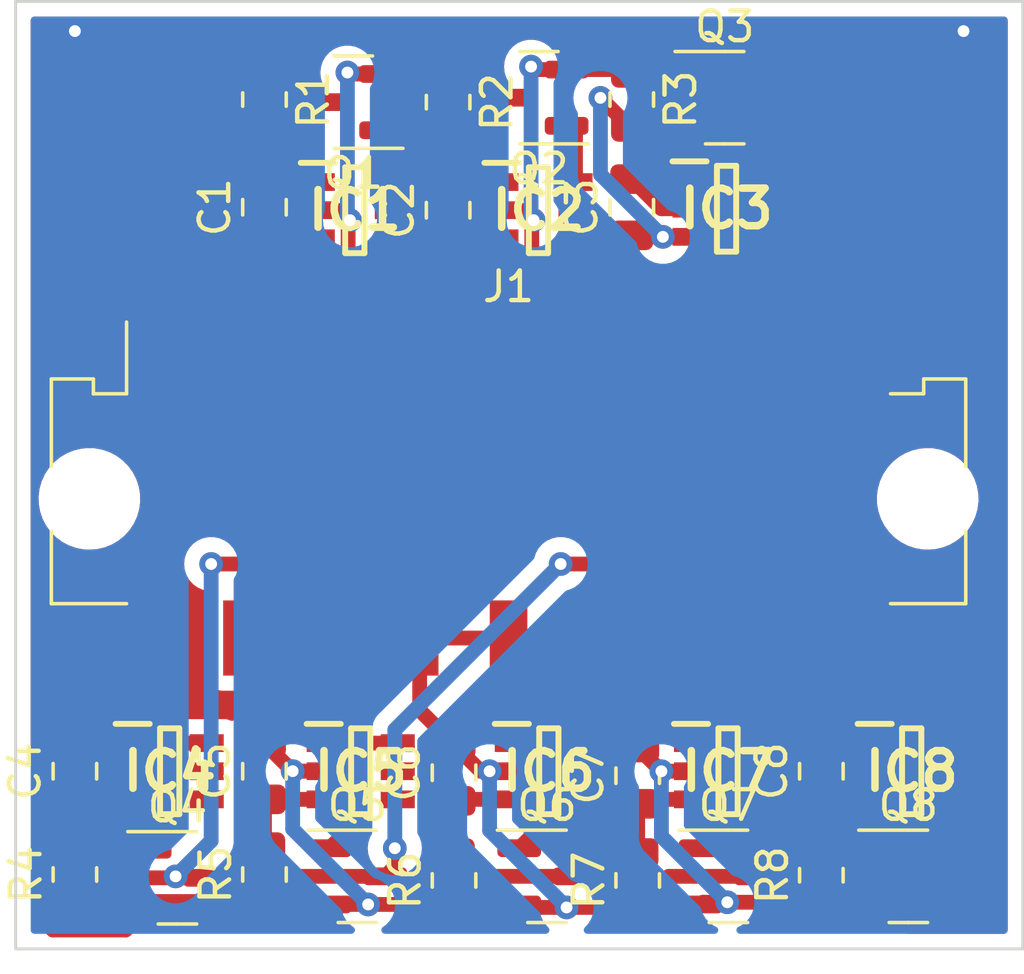
<source format=kicad_pcb>
(kicad_pcb (version 20211014) (generator pcbnew)
  (layers (0 "F.Cu" signal) (31 "B.Cu" signal) (34 "B.Paste" user) (35 "F.Paste" user) (36 "B.SilkS" user "B.Silkscreen") (37 "F.SilkS" user "F.Silkscreen") (38 "B.Mask" user) (39 "F.Mask" user) (44 "Edge.Cuts" user))
  (net 0 "")
  (net 1 "Net-(C1-Pad1)")
  (net 2 "B1")
  (net 3 "Net-(C2-Pad1)")
  (net 4 "B2")
  (net 5 "Net-(C3-Pad1)")
  (net 6 "B3")
  (net 7 "Net-(C4-Pad1)")
  (net 8 "B4")
  (net 9 "Net-(C5-Pad1)")
  (net 10 "B5")
  (net 11 "Net-(C6-Pad1)")
  (net 12 "B6")
  (net 13 "Net-(C7-Pad1)")
  (net 14 "B7")
  (net 15 "Net-(C8-Pad1)")
  (net 16 "GND")
  (net 20 "Net-(Q1-Pad1)")
  (net 24 "Net-(Q2-Pad1)")
  (net 28 "Net-(Q3-Pad1)")
  (net 32 "Net-(Q4-Pad1)")
  (net 36 "Net-(Q5-Pad1)")
  (net 40 "Net-(Q6-Pad1)")
  (net 44 "Net-(Q7-Pad1)")
  (net 48 "Net-(Q8-Pad1)")
  (net 49 "B0")
  (footprint "Capacitor_SMD:C_0805_2012Metric" (layer "F.Cu") (at 98.4 71.95 90)
    (fp_text reference "C1" (at 0 -1.68 90) (layer "F.SilkS"))
    (fp_text value "100nF")
    (fp_line (start -0.261252 0.735) (end 0.261252 0.735) (layer "F.SilkS") (width 0.12))
    (fp_line (start -0.261252 -0.735) (end 0.261252 -0.735) (layer "F.SilkS") (width 0.12))
    (pad "1" smd roundrect locked (at -0.95 0 90) (size 1 1.45) (layers "F.Cu" "F.Paste" "F.Mask") (net 1 "Net-(C1-Pad1)"))
    (pad "2" smd roundrect locked (at 0.95 0 90) (size 1 1.45) (layers "F.Cu" "F.Paste" "F.Mask") (net 2 "B1"))
  )
  (footprint "Capacitor_SMD:C_0805_2012Metric" (layer "F.Cu") (at 117.2 91 90)
    (fp_text reference "C8" (at 0 -1.68 90) (layer "F.SilkS"))
    (fp_text value "100nF")
    (fp_line (start -0.261252 -0.735) (end 0.261252 -0.735) (layer "F.SilkS") (width 0.12))
    (fp_line (start -0.261252 0.735) (end 0.261252 0.735) (layer "F.SilkS") (width 0.12))
    (pad "1" smd roundrect locked (at -0.95 0 90) (size 1 1.45) (layers "F.Cu" "F.Paste" "F.Mask") (net 15 "Net-(C8-Pad1)"))
    (pad "2" smd roundrect locked (at 0.95 0 90) (size 1 1.45) (layers "F.Cu" "F.Paste" "F.Mask") (net 16 "GND"))
  )
  (footprint "Capacitor_SMD:C_0805_2012Metric" (layer "F.Cu") (at 110.8 71.95 90)
    (fp_text reference "C3" (at 0 -1.68 90) (layer "F.SilkS"))
    (fp_text value "100nF")
    (fp_line (start -0.261252 0.735) (end 0.261252 0.735) (layer "F.SilkS") (width 0.12))
    (fp_line (start -0.261252 -0.735) (end 0.261252 -0.735) (layer "F.SilkS") (width 0.12))
    (pad "1" smd roundrect locked (at -0.95 0 90) (size 1 1.45) (layers "F.Cu" "F.Paste" "F.Mask") (net 5 "Net-(C3-Pad1)"))
    (pad "2" smd roundrect locked (at 0.95 0 90) (size 1 1.45) (layers "F.Cu" "F.Paste" "F.Mask") (net 6 "B3"))
  )
  (footprint "Capacitor_SMD:C_0805_2012Metric" (layer "F.Cu") (at 92 91 90)
    (fp_text reference "C4" (at 0 -1.68 90) (layer "F.SilkS"))
    (fp_text value "100nF")
    (fp_line (start -0.261252 0.735) (end 0.261252 0.735) (layer "F.SilkS") (width 0.12))
    (fp_line (start -0.261252 -0.735) (end 0.261252 -0.735) (layer "F.SilkS") (width 0.12))
    (pad "1" smd roundrect locked (at -0.95 0 90) (size 1 1.45) (layers "F.Cu" "F.Paste" "F.Mask") (net 7 "Net-(C4-Pad1)"))
    (pad "2" smd roundrect locked (at 0.95 0 90) (size 1 1.45) (layers "F.Cu" "F.Paste" "F.Mask") (net 8 "B4"))
  )
  (footprint "Capacitor_SMD:C_0805_2012Metric" (layer "F.Cu") (at 104.8 91.05 90)
    (fp_text reference "C6" (at 0 -1.68 90) (layer "F.SilkS"))
    (fp_text value "100nF")
    (fp_line (start -0.261252 -0.735) (end 0.261252 -0.735) (layer "F.SilkS") (width 0.12))
    (fp_line (start -0.261252 0.735) (end 0.261252 0.735) (layer "F.SilkS") (width 0.12))
    (pad "1" smd roundrect locked (at -0.95 0 90) (size 1 1.45) (layers "F.Cu" "F.Paste" "F.Mask") (net 11 "Net-(C6-Pad1)"))
    (pad "2" smd roundrect locked (at 0.95 0 90) (size 1 1.45) (layers "F.Cu" "F.Paste" "F.Mask") (net 12 "B6"))
  )
  (footprint "Package_TO_SOT_SMD:SOT-23" (layer "F.Cu") (at 113.9375 68.25)
    (fp_text reference "Q3" (at 0 -2.4) (layer "F.SilkS"))
    (fp_text value "AO3400A")
    (fp_line (start 0 -1.56) (end -1.675 -1.56) (layer "F.SilkS") (width 0.12))
    (fp_line (start 0 1.56) (end -0.65 1.56) (layer "F.SilkS") (width 0.12))
    (fp_line (start 0 1.56) (end 0.65 1.56) (layer "F.SilkS") (width 0.12))
    (fp_line (start 0 -1.56) (end 0.65 -1.56) (layer "F.SilkS") (width 0.12))
    (pad "1" smd roundrect locked (at -0.9375 -0.95) (size 1.475 0.6) (layers "F.Cu" "F.Paste" "F.Mask") (net 28 "Net-(Q3-Pad1)"))
    (pad "2" smd roundrect locked (at -0.9375 0.95) (size 1.475 0.6) (layers "F.Cu" "F.Paste" "F.Mask") (net 6 "B3"))
    (pad "3" smd roundrect locked (at 0.9375 0) (size 1.475 0.6) (layers "F.Cu" "F.Paste" "F.Mask") (net 4 "B2"))
  )
  (footprint "Resistor_SMD:R_0805_2012Metric" (layer "F.Cu") (at 110.8 68.3125 -90)
    (fp_text reference "R3" (at 0 -1.65 90) (layer "F.SilkS"))
    (fp_text value "100R")
    (fp_line (start -0.227064 -0.735) (end 0.227064 -0.735) (layer "F.SilkS") (width 0.12))
    (fp_line (start -0.227064 0.735) (end 0.227064 0.735) (layer "F.SilkS") (width 0.12))
    (pad "1" smd roundrect locked (at -0.9125 0 270) (size 1.025 1.4) (layers "F.Cu" "F.Paste" "F.Mask") (roundrect_rratio 0.243902439) (net 4 "B2"))
    (pad "2" smd roundrect locked (at 0.9125 0 270) (size 1.025 1.4) (layers "F.Cu" "F.Paste" "F.Mask") (roundrect_rratio 0.243902439) (net 5 "Net-(C3-Pad1)"))
  )
  (footprint "Package_TO_SOT_SMD:SOT-23" (layer "F.Cu") (at 95.4625 94.6)
    (fp_text reference "Q4" (at 0 -2.4) (layer "F.SilkS"))
    (fp_text value "AO3400A")
    (fp_line (start 0 -1.56) (end -1.675 -1.56) (layer "F.SilkS") (width 0.12))
    (fp_line (start 0 1.56) (end -0.65 1.56) (layer "F.SilkS") (width 0.12))
    (fp_line (start 0 1.56) (end 0.65 1.56) (layer "F.SilkS") (width 0.12))
    (fp_line (start 0 -1.56) (end 0.65 -1.56) (layer "F.SilkS") (width 0.12))
    (pad "1" smd roundrect locked (at -0.9375 -0.95) (size 1.475 0.6) (layers "F.Cu" "F.Paste" "F.Mask") (net 32 "Net-(Q4-Pad1)"))
    (pad "2" smd roundrect locked (at -0.9375 0.95) (size 1.475 0.6) (layers "F.Cu" "F.Paste" "F.Mask") (net 8 "B4"))
    (pad "3" smd roundrect locked (at 0.9375 0) (size 1.475 0.6) (layers "F.Cu" "F.Paste" "F.Mask") (net 6 "B3"))
  )
  (footprint "Package_TO_SOT_SMD:SOT-23" (layer "F.Cu") (at 101.4 68.4 180)
    (fp_text reference "Q1" (at 0 -2.4) (layer "F.SilkS"))
    (fp_text value "AO3400A")
    (fp_line (start 0 -1.56) (end -1.675 -1.56) (layer "F.SilkS") (width 0.12))
    (fp_line (start 0 1.56) (end -0.65 1.56) (layer "F.SilkS") (width 0.12))
    (fp_line (start 0 1.56) (end 0.65 1.56) (layer "F.SilkS") (width 0.12))
    (fp_line (start 0 -1.56) (end 0.65 -1.56) (layer "F.SilkS") (width 0.12))
    (pad "1" smd roundrect locked (at -0.9375 -0.95 180) (size 1.475 0.6) (layers "F.Cu" "F.Paste" "F.Mask") (net 20 "Net-(Q1-Pad1)"))
    (pad "2" smd roundrect locked (at -0.9375 0.95 180) (size 1.475 0.6) (layers "F.Cu" "F.Paste" "F.Mask") (net 2 "B1"))
    (pad "3" smd roundrect locked (at 0.9375 0 180) (size 1.475 0.6) (layers "F.Cu" "F.Paste" "F.Mask") (net 49 "B0"))
  )
  (footprint "Resistor_SMD:R_0805_2012Metric" (layer "F.Cu") (at 104.8 94.6875 90)
    (fp_text reference "R6" (at 0 -1.65 90) (layer "F.SilkS"))
    (fp_text value "100R")
    (fp_line (start -0.227064 -0.735) (end 0.227064 -0.735) (layer "F.SilkS") (width 0.12))
    (fp_line (start -0.227064 0.735) (end 0.227064 0.735) (layer "F.SilkS") (width 0.12))
    (pad "1" smd roundrect locked (at -0.9125 0 90) (size 1.025 1.4) (layers "F.Cu" "F.Paste" "F.Mask") (roundrect_rratio 0.243902439) (net 10 "B5"))
    (pad "2" smd roundrect locked (at 0.9125 0 90) (size 1.025 1.4) (layers "F.Cu" "F.Paste" "F.Mask") (roundrect_rratio 0.243902439) (net 11 "Net-(C6-Pad1)"))
  )
  (footprint "Connector_Molex:Molex_Micro-Fit_3.0_43045-1815_2x09_P3.00mm_Vertical" (layer "F.Cu") (at 106.64 81.8)
    (fp_text reference "J1" (at 0 -7.17) (layer "F.SilkS"))
    (fp_text value "Conn_02x09_Odd_Even")
    (fp_line (start 14.015 -3.55) (end 12.895 -3.55) (layer "F.SilkS") (width 0.12))
    (fp_line (start -12.895 -3.55) (end -12.895 -5.97) (layer "F.SilkS") (width 0.12))
    (fp_line (start 15.435 3.54) (end 12.895 3.54) (layer "F.SilkS") (width 0.12))
    (fp_line (start 15.435 1.085) (end 15.435 3.54) (layer "F.SilkS") (width 0.12))
    (fp_line (start -15.435 3.54) (end -12.895 3.54) (layer "F.SilkS") (width 0.12))
    (fp_line (start 14.015 -4.05) (end 14.015 -3.55) (layer "F.SilkS") (width 0.12))
    (fp_line (start -15.435 1.085) (end -15.435 3.54) (layer "F.SilkS") (width 0.12))
    (fp_line (start -15.435 -4.05) (end -14.015 -4.05) (layer "F.SilkS") (width 0.12))
    (fp_line (start 15.435 -4.05) (end 14.015 -4.05) (layer "F.SilkS") (width 0.12))
    (fp_line (start 15.435 -1.085) (end 15.435 -4.05) (layer "F.SilkS") (width 0.12))
    (fp_line (start -14.015 -4.05) (end -14.015 -3.55) (layer "F.SilkS") (width 0.12))
    (fp_line (start -14.015 -3.55) (end -12.895 -3.55) (layer "F.SilkS") (width 0.12))
    (fp_line (start -15.435 -1.085) (end -15.435 -4.05) (layer "F.SilkS") (width 0.12))
    (pad "" np_thru_hole circle locked (at 14.15 0) (size 2.41 2.41) (drill 2.41) (layers *.Cu *.Mask))
    (pad "" np_thru_hole circle locked (at -14.15 0) (size 2.41 2.41) (drill 2.41) (layers *.Cu *.Mask))
    (pad "1" smd rect locked (at -12 -4.7) (size 1.27 2.54) (layers "F.Cu" "F.Paste" "F.Mask") (net 49 "B0"))
    (pad "2" smd rect locked (at -9 -4.7) (size 1.27 2.54) (layers "F.Cu" "F.Paste" "F.Mask") (net 49 "B0"))
    (pad "3" smd rect locked (at -6 -4.7) (size 1.27 2.54) (layers "F.Cu" "F.Paste" "F.Mask") (net 2 "B1"))
    (pad "4" smd rect locked (at -3 -4.7) (size 1.27 2.54) (layers "F.Cu" "F.Paste" "F.Mask") (net 2 "B1"))
    (pad "5" smd rect locked (at 0 -4.7) (size 1.27 2.54) (layers "F.Cu" "F.Paste" "F.Mask") (net 4 "B2"))
    (pad "6" smd rect locked (at 3 -4.7) (size 1.27 2.54) (layers "F.Cu" "F.Paste" "F.Mask") (net 4 "B2"))
    (pad "7" smd rect locked (at 6 -4.7) (size 1.27 2.54) (layers "F.Cu" "F.Paste" "F.Mask") (net 6 "B3"))
    (pad "8" smd rect locked (at 9 -4.7) (size 1.27 2.54) (layers "F.Cu" "F.Paste" "F.Mask") (net 6 "B3"))
    (pad "9" smd rect locked (at 12 -4.7) (size 1.27 2.54) (layers "F.Cu" "F.Paste" "F.Mask") (net 8 "B4"))
    (pad "10" smd rect locked (at -12 4.7) (size 1.27 2.54) (layers "F.Cu" "F.Paste" "F.Mask") (net 8 "B4"))
    (pad "11" smd rect locked (at -9 4.7) (size 1.27 2.54) (layers "F.Cu" "F.Paste" "F.Mask") (net 10 "B5"))
    (pad "12" smd rect locked (at -6 4.7) (size 1.27 2.54) (layers "F.Cu" "F.Paste" "F.Mask") (net 10 "B5"))
    (pad "13" smd rect locked (at -3 4.7) (size 1.27 2.54) (layers "F.Cu" "F.Paste" "F.Mask") (net 12 "B6"))
    (pad "14" smd rect locked (at 0 4.7) (size 1.27 2.54) (layers "F.Cu" "F.Paste" "F.Mask") (net 12 "B6"))
    (pad "15" smd rect locked (at 3 4.7) (size 1.27 2.54) (layers "F.Cu" "F.Paste" "F.Mask") (net 14 "B7"))
    (pad "16" smd rect locked (at 6 4.7) (size 1.27 2.54) (layers "F.Cu" "F.Paste" "F.Mask") (net 14 "B7"))
    (pad "17" smd rect locked (at 9 4.7) (size 1.27 2.54) (layers "F.Cu" "F.Paste" "F.Mask") (net 16 "GND"))
    (pad "18" smd rect locked (at 12 4.7) (size 1.27 2.54) (layers "F.Cu" "F.Paste" "F.Mask") (net 16 "GND"))
  )
  (footprint "Package_TO_SOT_SMD:SOT-23" (layer "F.Cu") (at 101.5375 94.55)
    (fp_text reference "Q5" (at 0 -2.4) (layer "F.SilkS"))
    (fp_text value "AO3400A")
    (fp_line (start 0 1.56) (end 0.65 1.56) (layer "F.SilkS") (width 0.12))
    (fp_line (start 0 -1.56) (end 0.65 -1.56) (layer "F.SilkS") (width 0.12))
    (fp_line (start 0 1.56) (end -0.65 1.56) (layer "F.SilkS") (width 0.12))
    (fp_line (start 0 -1.56) (end -1.675 -1.56) (layer "F.SilkS") (width 0.12))
    (pad "1" smd roundrect locked (at -0.9375 -0.95) (size 1.475 0.6) (layers "F.Cu" "F.Paste" "F.Mask") (net 36 "Net-(Q5-Pad1)"))
    (pad "2" smd roundrect locked (at -0.9375 0.95) (size 1.475 0.6) (layers "F.Cu" "F.Paste" "F.Mask") (net 10 "B5"))
    (pad "3" smd roundrect locked (at 0.9375 0) (size 1.475 0.6) (layers "F.Cu" "F.Paste" "F.Mask") (net 8 "B4"))
  )
  (footprint "Capacitor_SMD:C_0805_2012Metric" (layer "F.Cu") (at 111 91.15 90)
    (fp_text reference "C7" (at 0 -1.68 90) (layer "F.SilkS"))
    (fp_text value "100nF")
    (fp_line (start -0.261252 -0.735) (end 0.261252 -0.735) (layer "F.SilkS") (width 0.12))
    (fp_line (start -0.261252 0.735) (end 0.261252 0.735) (layer "F.SilkS") (width 0.12))
    (pad "1" smd roundrect locked (at -0.95 0 90) (size 1 1.45) (layers "F.Cu" "F.Paste" "F.Mask") (net 13 "Net-(C7-Pad1)"))
    (pad "2" smd roundrect locked (at 0.95 0 90) (size 1 1.45) (layers "F.Cu" "F.Paste" "F.Mask") (net 14 "B7"))
  )
  (footprint "Capacitor_SMD:C_0805_2012Metric" (layer "F.Cu") (at 104.6 72.05 90)
    (fp_text reference "C2" (at 0 -1.68 90) (layer "F.SilkS"))
    (fp_text value "100nF")
    (fp_line (start -0.261252 -0.735) (end 0.261252 -0.735) (layer "F.SilkS") (width 0.12))
    (fp_line (start -0.261252 0.735) (end 0.261252 0.735) (layer "F.SilkS") (width 0.12))
    (pad "1" smd roundrect locked (at -0.95 0 90) (size 1 1.45) (layers "F.Cu" "F.Paste" "F.Mask") (net 3 "Net-(C2-Pad1)"))
    (pad "2" smd roundrect locked (at 0.95 0 90) (size 1 1.45) (layers "F.Cu" "F.Paste" "F.Mask") (net 4 "B2"))
  )
  (footprint "SamacSys_Parts:SOT95P280X140-6N" (layer "F.Cu") (at 101.45 72.05)
    (fp_text reference "IC1" (at 0 0) (layer "F.SilkS") (effects (font (size 1.27 1.27) (thickness 0.254))))
    (fp_text value "HY2213-BB3A" hide)
    (fp_line (start -0.325 1.45) (end -0.325 -1.45) (layer "F.SilkS") (width 0.2))
    (fp_line (start -0.325 -1.45) (end 0.325 -1.45) (layer "F.SilkS") (width 0.2))
    (fp_line (start -1.825 -1.6) (end -0.675 -1.6) (layer "F.SilkS") (width 0.2))
    (fp_line (start 0.325 1.45) (end -0.325 1.45) (layer "F.SilkS") (width 0.2))
    (fp_line (start 0.325 -1.45) (end 0.325 1.45) (layer "F.SilkS") (width 0.2))
    (pad "1" smd rect locked (at -1.25 -0.95 90) (size 0.6 1.15) (layers "F.Cu" "F.Paste" "F.Mask"))
    (pad "2" smd rect locked (at -1.25 0 90) (size 0.6 1.15) (layers "F.Cu" "F.Paste" "F.Mask") (net 2 "B1"))
    (pad "3" smd rect locked (at -1.25 0.95 90) (size 0.6 1.15) (layers "F.Cu" "F.Paste" "F.Mask") (net 1 "Net-(C1-Pad1)"))
    (pad "4" smd rect locked (at 1.25 0.95 90) (size 0.6 1.15) (layers "F.Cu" "F.Paste" "F.Mask"))
    (pad "5" smd rect locked (at 1.25 0 90) (size 0.6 1.15) (layers "F.Cu" "F.Paste" "F.Mask"))
    (pad "6" smd rect locked (at 1.25 -0.95 90) (size 0.6 1.15) (layers "F.Cu" "F.Paste" "F.Mask") (net 20 "Net-(Q1-Pad1)"))
  )
  (footprint "Package_TO_SOT_SMD:SOT-23" (layer "F.Cu") (at 107.9375 94.55)
    (fp_text reference "Q6" (at 0 -2.4) (layer "F.SilkS"))
    (fp_text value "AO3400A")
    (fp_line (start 0 -1.56) (end 0.65 -1.56) (layer "F.SilkS") (width 0.12))
    (fp_line (start 0 1.56) (end -0.65 1.56) (layer "F.SilkS") (width 0.12))
    (fp_line (start 0 1.56) (end 0.65 1.56) (layer "F.SilkS") (width 0.12))
    (fp_line (start 0 -1.56) (end -1.675 -1.56) (layer "F.SilkS") (width 0.12))
    (pad "1" smd roundrect locked (at -0.9375 -0.95) (size 1.475 0.6) (layers "F.Cu" "F.Paste" "F.Mask") (net 40 "Net-(Q6-Pad1)"))
    (pad "2" smd roundrect locked (at -0.9375 0.95) (size 1.475 0.6) (layers "F.Cu" "F.Paste" "F.Mask") (net 12 "B6"))
    (pad "3" smd roundrect locked (at 0.9375 0) (size 1.475 0.6) (layers "F.Cu" "F.Paste" "F.Mask") (net 10 "B5"))
  )
  (footprint "SamacSys_Parts:SOT95P280X140-6N" (layer "F.Cu") (at 95.2 91)
    (fp_text reference "IC4" (at 0 0) (layer "F.SilkS") (effects (font (size 1.27 1.27) (thickness 0.254))))
    (fp_text value "HY2213-BB3A" hide)
    (fp_line (start -0.325 1.45) (end -0.325 -1.45) (layer "F.SilkS") (width 0.2))
    (fp_line (start 0.325 -1.45) (end 0.325 1.45) (layer "F.SilkS") (width 0.2))
    (fp_line (start -0.325 -1.45) (end 0.325 -1.45) (layer "F.SilkS") (width 0.2))
    (fp_line (start 0.325 1.45) (end -0.325 1.45) (layer "F.SilkS") (width 0.2))
    (fp_line (start -1.825 -1.6) (end -0.675 -1.6) (layer "F.SilkS") (width 0.2))
    (pad "1" smd rect locked (at -1.25 -0.95 90) (size 0.6 1.15) (layers "F.Cu" "F.Paste" "F.Mask"))
    (pad "2" smd rect locked (at -1.25 0 90) (size 0.6 1.15) (layers "F.Cu" "F.Paste" "F.Mask") (net 8 "B4"))
    (pad "3" smd rect locked (at -1.25 0.95 90) (size 0.6 1.15) (layers "F.Cu" "F.Paste" "F.Mask") (net 7 "Net-(C4-Pad1)"))
    (pad "4" smd rect locked (at 1.25 0.95 90) (size 0.6 1.15) (layers "F.Cu" "F.Paste" "F.Mask"))
    (pad "5" smd rect locked (at 1.25 0 90) (size 0.6 1.15) (layers "F.Cu" "F.Paste" "F.Mask"))
    (pad "6" smd rect locked (at 1.25 -0.95 90) (size 0.6 1.15) (layers "F.Cu" "F.Paste" "F.Mask") (net 32 "Net-(Q4-Pad1)"))
  )
  (footprint "Package_TO_SOT_SMD:SOT-23" (layer "F.Cu") (at 114.0625 94.55)
    (fp_text reference "Q7" (at 0 -2.4) (layer "F.SilkS"))
    (fp_text value "AO3400A")
    (fp_line (start 0 -1.56) (end -1.675 -1.56) (layer "F.SilkS") (width 0.12))
    (fp_line (start 0 1.56) (end 0.65 1.56) (layer "F.SilkS") (width 0.12))
    (fp_line (start 0 -1.56) (end 0.65 -1.56) (layer "F.SilkS") (width 0.12))
    (fp_line (start 0 1.56) (end -0.65 1.56) (layer "F.SilkS") (width 0.12))
    (pad "1" smd roundrect locked (at -0.9375 -0.95) (size 1.475 0.6) (layers "F.Cu" "F.Paste" "F.Mask") (net 44 "Net-(Q7-Pad1)"))
    (pad "2" smd roundrect locked (at -0.9375 0.95) (size 1.475 0.6) (layers "F.Cu" "F.Paste" "F.Mask") (net 14 "B7"))
    (pad "3" smd roundrect locked (at 0.9375 0) (size 1.475 0.6) (layers "F.Cu" "F.Paste" "F.Mask") (net 12 "B6"))
  )
  (footprint "SamacSys_Parts:SOT95P280X140-6N" (layer "F.Cu") (at 101.65 91)
    (fp_text reference "IC5" (at 0 0) (layer "F.SilkS") (effects (font (size 1.27 1.27) (thickness 0.254))))
    (fp_text value "HY2213-BB3A" hide)
    (fp_line (start -0.325 1.45) (end -0.325 -1.45) (layer "F.SilkS") (width 0.2))
    (fp_line (start -1.825 -1.6) (end -0.675 -1.6) (layer "F.SilkS") (width 0.2))
    (fp_line (start -0.325 -1.45) (end 0.325 -1.45) (layer "F.SilkS") (width 0.2))
    (fp_line (start 0.325 -1.45) (end 0.325 1.45) (layer "F.SilkS") (width 0.2))
    (fp_line (start 0.325 1.45) (end -0.325 1.45) (layer "F.SilkS") (width 0.2))
    (pad "1" smd rect locked (at -1.25 -0.95 90) (size 0.6 1.15) (layers "F.Cu" "F.Paste" "F.Mask"))
    (pad "2" smd rect locked (at -1.25 0 90) (size 0.6 1.15) (layers "F.Cu" "F.Paste" "F.Mask") (net 10 "B5"))
    (pad "3" smd rect locked (at -1.25 0.95 90) (size 0.6 1.15) (layers "F.Cu" "F.Paste" "F.Mask") (net 9 "Net-(C5-Pad1)"))
    (pad "4" smd rect locked (at 1.25 0.95 90) (size 0.6 1.15) (layers "F.Cu" "F.Paste" "F.Mask"))
    (pad "5" smd rect locked (at 1.25 0 90) (size 0.6 1.15) (layers "F.Cu" "F.Paste" "F.Mask"))
    (pad "6" smd rect locked (at 1.25 -0.95 90) (size 0.6 1.15) (layers "F.Cu" "F.Paste" "F.Mask") (net 36 "Net-(Q5-Pad1)"))
  )
  (footprint "Resistor_SMD:R_0805_2012Metric" (layer "F.Cu") (at 117.2 94.5125 90)
    (fp_text reference "R8" (at 0 -1.65 90) (layer "F.SilkS"))
    (fp_text value "100R")
    (fp_line (start -0.227064 0.735) (end 0.227064 0.735) (layer "F.SilkS") (width 0.12))
    (fp_line (start -0.227064 -0.735) (end 0.227064 -0.735) (layer "F.SilkS") (width 0.12))
    (pad "1" smd roundrect locked (at -0.9125 0 90) (size 1.025 1.4) (layers "F.Cu" "F.Paste" "F.Mask") (roundrect_rratio 0.243902439) (net 14 "B7"))
    (pad "2" smd roundrect locked (at 0.9125 0 90) (size 1.025 1.4) (layers "F.Cu" "F.Paste" "F.Mask") (roundrect_rratio 0.243902439) (net 15 "Net-(C8-Pad1)"))
  )
  (footprint "Resistor_SMD:R_0805_2012Metric" (layer "F.Cu") (at 98.4 94.4875 90)
    (fp_text reference "R5" (at 0 -1.65 90) (layer "F.SilkS"))
    (fp_text value "100R")
    (fp_line (start -0.227064 0.735) (end 0.227064 0.735) (layer "F.SilkS") (width 0.12))
    (fp_line (start -0.227064 -0.735) (end 0.227064 -0.735) (layer "F.SilkS") (width 0.12))
    (pad "1" smd roundrect locked (at -0.9125 0 90) (size 1.025 1.4) (layers "F.Cu" "F.Paste" "F.Mask") (roundrect_rratio 0.243902439) (net 8 "B4"))
    (pad "2" smd roundrect locked (at 0.9125 0 90) (size 1.025 1.4) (layers "F.Cu" "F.Paste" "F.Mask") (roundrect_rratio 0.243902439) (net 9 "Net-(C5-Pad1)"))
  )
  (footprint "SamacSys_Parts:SOT95P280X140-6N" (layer "F.Cu") (at 107.65 72.05)
    (fp_text reference "IC2" (at 0 0) (layer "F.SilkS") (effects (font (size 1.27 1.27) (thickness 0.254))))
    (fp_text value "HY2213-BB3A" hide)
    (fp_line (start -0.325 -1.45) (end 0.325 -1.45) (layer "F.SilkS") (width 0.2))
    (fp_line (start 0.325 -1.45) (end 0.325 1.45) (layer "F.SilkS") (width 0.2))
    (fp_line (start -1.825 -1.6) (end -0.675 -1.6) (layer "F.SilkS") (width 0.2))
    (fp_line (start -0.325 1.45) (end -0.325 -1.45) (layer "F.SilkS") (width 0.2))
    (fp_line (start 0.325 1.45) (end -0.325 1.45) (layer "F.SilkS") (width 0.2))
    (pad "1" smd rect locked (at -1.25 -0.95 90) (size 0.6 1.15) (layers "F.Cu" "F.Paste" "F.Mask"))
    (pad "2" smd rect locked (at -1.25 0 90) (size 0.6 1.15) (layers "F.Cu" "F.Paste" "F.Mask") (net 4 "B2"))
    (pad "3" smd rect locked (at -1.25 0.95 90) (size 0.6 1.15) (layers "F.Cu" "F.Paste" "F.Mask") (net 3 "Net-(C2-Pad1)"))
    (pad "4" smd rect locked (at 1.25 0.95 90) (size 0.6 1.15) (layers "F.Cu" "F.Paste" "F.Mask"))
    (pad "5" smd rect locked (at 1.25 0 90) (size 0.6 1.15) (layers "F.Cu" "F.Paste" "F.Mask"))
    (pad "6" smd rect locked (at 1.25 -0.95 90) (size 0.6 1.15) (layers "F.Cu" "F.Paste" "F.Mask") (net 24 "Net-(Q2-Pad1)"))
  )
  (footprint "SamacSys_Parts:SOT95P280X140-6N" (layer "F.Cu") (at 108 91)
    (fp_text reference "IC6" (at 0 0) (layer "F.SilkS") (effects (font (size 1.27 1.27) (thickness 0.254))))
    (fp_text value "HY2213-BB3A" hide)
    (fp_line (start -0.325 -1.45) (end 0.325 -1.45) (layer "F.SilkS") (width 0.2))
    (fp_line (start 0.325 -1.45) (end 0.325 1.45) (layer "F.SilkS") (width 0.2))
    (fp_line (start -0.325 1.45) (end -0.325 -1.45) (layer "F.SilkS") (width 0.2))
    (fp_line (start 0.325 1.45) (end -0.325 1.45) (layer "F.SilkS") (width 0.2))
    (fp_line (start -1.825 -1.6) (end -0.675 -1.6) (layer "F.SilkS") (width 0.2))
    (pad "1" smd rect locked (at -1.25 -0.95 90) (size 0.6 1.15) (layers "F.Cu" "F.Paste" "F.Mask"))
    (pad "2" smd rect locked (at -1.25 0 90) (size 0.6 1.15) (layers "F.Cu" "F.Paste" "F.Mask") (net 12 "B6"))
    (pad "3" smd rect locked (at -1.25 0.95 90) (size 0.6 1.15) (layers "F.Cu" "F.Paste" "F.Mask") (net 11 "Net-(C6-Pad1)"))
    (pad "4" smd rect locked (at 1.25 0.95 90) (size 0.6 1.15) (layers "F.Cu" "F.Paste" "F.Mask"))
    (pad "5" smd rect locked (at 1.25 0 90) (size 0.6 1.15) (layers "F.Cu" "F.Paste" "F.Mask"))
    (pad "6" smd rect locked (at 1.25 -0.95 90) (size 0.6 1.15) (layers "F.Cu" "F.Paste" "F.Mask") (net 40 "Net-(Q6-Pad1)"))
  )
  (footprint "Capacitor_SMD:C_0805_2012Metric" (layer "F.Cu") (at 98.4 91 90)
    (fp_text reference "C5" (at 0 -1.68 90) (layer "F.SilkS"))
    (fp_text value "100nF")
    (fp_line (start -0.261252 0.735) (end 0.261252 0.735) (layer "F.SilkS") (width 0.12))
    (fp_line (start -0.261252 -0.735) (end 0.261252 -0.735) (layer "F.SilkS") (width 0.12))
    (pad "1" smd roundrect locked (at -0.95 0 90) (size 1 1.45) (layers "F.Cu" "F.Paste" "F.Mask") (net 9 "Net-(C5-Pad1)"))
    (pad "2" smd roundrect locked (at 0.95 0 90) (size 1 1.45) (layers "F.Cu" "F.Paste" "F.Mask") (net 10 "B5"))
  )
  (footprint "SamacSys_Parts:SOT95P280X140-6N" (layer "F.Cu") (at 114 72)
    (fp_text reference "IC3" (at 0 0) (layer "F.SilkS") (effects (font (size 1.27 1.27) (thickness 0.254))))
    (fp_text value "HY2213-BB3A" hide)
    (fp_line (start 0.325 1.45) (end -0.325 1.45) (layer "F.SilkS") (width 0.2))
    (fp_line (start 0.325 -1.45) (end 0.325 1.45) (layer "F.SilkS") (width 0.2))
    (fp_line (start -1.825 -1.6) (end -0.675 -1.6) (layer "F.SilkS") (width 0.2))
    (fp_line (start -0.325 -1.45) (end 0.325 -1.45) (layer "F.SilkS") (width 0.2))
    (fp_line (start -0.325 1.45) (end -0.325 -1.45) (layer "F.SilkS") (width 0.2))
    (pad "1" smd rect locked (at -1.25 -0.95 90) (size 0.6 1.15) (layers "F.Cu" "F.Paste" "F.Mask"))
    (pad "2" smd rect locked (at -1.25 0 90) (size 0.6 1.15) (layers "F.Cu" "F.Paste" "F.Mask") (net 6 "B3"))
    (pad "3" smd rect locked (at -1.25 0.95 90) (size 0.6 1.15) (layers "F.Cu" "F.Paste" "F.Mask") (net 5 "Net-(C3-Pad1)"))
    (pad "4" smd rect locked (at 1.25 0.95 90) (size 0.6 1.15) (layers "F.Cu" "F.Paste" "F.Mask"))
    (pad "5" smd rect locked (at 1.25 0 90) (size 0.6 1.15) (layers "F.Cu" "F.Paste" "F.Mask"))
    (pad "6" smd rect locked (at 1.25 -0.95 90) (size 0.6 1.15) (layers "F.Cu" "F.Paste" "F.Mask") (net 28 "Net-(Q3-Pad1)"))
  )
  (footprint "Resistor_SMD:R_0805_2012Metric" (layer "F.Cu") (at 111 94.6875 90)
    (fp_text reference "R7" (at 0 -1.65 90) (layer "F.SilkS"))
    (fp_text value "100R")
    (fp_line (start -0.227064 0.735) (end 0.227064 0.735) (layer "F.SilkS") (width 0.12))
    (fp_line (start -0.227064 -0.735) (end 0.227064 -0.735) (layer "F.SilkS") (width 0.12))
    (pad "1" smd roundrect locked (at -0.9125 0 90) (size 1.025 1.4) (layers "F.Cu" "F.Paste" "F.Mask") (roundrect_rratio 0.243902439) (net 12 "B6"))
    (pad "2" smd roundrect locked (at 0.9125 0 90) (size 1.025 1.4) (layers "F.Cu" "F.Paste" "F.Mask") (roundrect_rratio 0.243902439) (net 13 "Net-(C7-Pad1)"))
  )
  (footprint "Package_TO_SOT_SMD:SOT-23" (layer "F.Cu") (at 120.1375 94.55)
    (fp_text reference "Q8" (at 0 -2.4) (layer "F.SilkS"))
    (fp_text value "AO3400A")
    (fp_line (start 0 1.56) (end 0.65 1.56) (layer "F.SilkS") (width 0.12))
    (fp_line (start 0 -1.56) (end 0.65 -1.56) (layer "F.SilkS") (width 0.12))
    (fp_line (start 0 1.56) (end -0.65 1.56) (layer "F.SilkS") (width 0.12))
    (fp_line (start 0 -1.56) (end -1.675 -1.56) (layer "F.SilkS") (width 0.12))
    (pad "1" smd roundrect locked (at -0.9375 -0.95) (size 1.475 0.6) (layers "F.Cu" "F.Paste" "F.Mask") (net 48 "Net-(Q8-Pad1)"))
    (pad "2" smd roundrect locked (at -0.9375 0.95) (size 1.475 0.6) (layers "F.Cu" "F.Paste" "F.Mask") (net 16 "GND"))
    (pad "3" smd roundrect locked (at 0.9375 0) (size 1.475 0.6) (layers "F.Cu" "F.Paste" "F.Mask") (net 14 "B7"))
  )
  (footprint "Resistor_SMD:R_0805_2012Metric" (layer "F.Cu") (at 92 94.4875 90)
    (fp_text reference "R4" (at 0 -1.65 90) (layer "F.SilkS"))
    (fp_text value "100R")
    (fp_line (start -0.227064 -0.735) (end 0.227064 -0.735) (layer "F.SilkS") (width 0.12))
    (fp_line (start -0.227064 0.735) (end 0.227064 0.735) (layer "F.SilkS") (width 0.12))
    (pad "1" smd roundrect locked (at -0.9125 0 90) (size 1.025 1.4) (layers "F.Cu" "F.Paste" "F.Mask") (roundrect_rratio 0.243902439) (net 6 "B3"))
    (pad "2" smd roundrect locked (at 0.9125 0 90) (size 1.025 1.4) (layers "F.Cu" "F.Paste" "F.Mask") (roundrect_rratio 0.243902439) (net 7 "Net-(C4-Pad1)"))
  )
  (footprint "Package_TO_SOT_SMD:SOT-23" (layer "F.Cu") (at 107.6625 68.25 180)
    (fp_text reference "Q2" (at 0 -2.4) (layer "F.SilkS"))
    (fp_text value "AO3400A")
    (fp_line (start 0 1.56) (end 0.65 1.56) (layer "F.SilkS") (width 0.12))
    (fp_line (start 0 -1.56) (end -1.675 -1.56) (layer "F.SilkS") (width 0.12))
    (fp_line (start 0 1.56) (end -0.65 1.56) (layer "F.SilkS") (width 0.12))
    (fp_line (start 0 -1.56) (end 0.65 -1.56) (layer "F.SilkS") (width 0.12))
    (pad "1" smd roundrect locked (at -0.9375 -0.95 180) (size 1.475 0.6) (layers "F.Cu" "F.Paste" "F.Mask") (net 24 "Net-(Q2-Pad1)"))
    (pad "2" smd roundrect locked (at -0.9375 0.95 180) (size 1.475 0.6) (layers "F.Cu" "F.Paste" "F.Mask") (net 4 "B2"))
    (pad "3" smd roundrect locked (at 0.9375 0 180) (size 1.475 0.6) (layers "F.Cu" "F.Paste" "F.Mask") (net 2 "B1"))
  )
  (footprint "SamacSys_Parts:SOT95P280X140-6N" (layer "F.Cu") (at 120.25 91)
    (fp_text reference "IC8" (at 0 0) (layer "F.SilkS") (effects (font (size 1.27 1.27) (thickness 0.254))))
    (fp_text value "HY2213-BB3A" hide)
    (fp_line (start -0.325 1.45) (end -0.325 -1.45) (layer "F.SilkS") (width 0.2))
    (fp_line (start 0.325 -1.45) (end 0.325 1.45) (layer "F.SilkS") (width 0.2))
    (fp_line (start -0.325 -1.45) (end 0.325 -1.45) (layer "F.SilkS") (width 0.2))
    (fp_line (start 0.325 1.45) (end -0.325 1.45) (layer "F.SilkS") (width 0.2))
    (fp_line (start -1.825 -1.6) (end -0.675 -1.6) (layer "F.SilkS") (width 0.2))
    (pad "1" smd rect locked (at -1.25 -0.95 90) (size 0.6 1.15) (layers "F.Cu" "F.Paste" "F.Mask"))
    (pad "2" smd rect locked (at -1.25 0 90) (size 0.6 1.15) (layers "F.Cu" "F.Paste" "F.Mask") (net 16 "GND"))
    (pad "3" smd rect locked (at -1.25 0.95 90) (size 0.6 1.15) (layers "F.Cu" "F.Paste" "F.Mask") (net 15 "Net-(C8-Pad1)"))
    (pad "4" smd rect locked (at 1.25 0.95 90) (size 0.6 1.15) (layers "F.Cu" "F.Paste" "F.Mask"))
    (pad "5" smd rect locked (at 1.25 0 90) (size 0.6 1.15) (layers "F.Cu" "F.Paste" "F.Mask"))
    (pad "6" smd rect locked (at 1.25 -0.95 90) (size 0.6 1.15) (layers "F.Cu" "F.Paste" "F.Mask") (net 48 "Net-(Q8-Pad1)"))
  )
  (footprint "Resistor_SMD:R_0805_2012Metric" (layer "F.Cu") (at 104.6 68.4 -90)
    (fp_text reference "R2" (at 0 -1.65 90) (layer "F.SilkS"))
    (fp_text value "100R")
    (fp_line (start -0.227064 -0.735) (end 0.227064 -0.735) (layer "F.SilkS") (width 0.12))
    (fp_line (start -0.227064 0.735) (end 0.227064 0.735) (layer "F.SilkS") (width 0.12))
    (pad "1" smd roundrect locked (at -0.9125 0 270) (size 1.025 1.4) (layers "F.Cu" "F.Paste" "F.Mask") (roundrect_rratio 0.243902439) (net 2 "B1"))
    (pad "2" smd roundrect locked (at 0.9125 0 270) (size 1.025 1.4) (layers "F.Cu" "F.Paste" "F.Mask") (roundrect_rratio 0.243902439) (net 3 "Net-(C2-Pad1)"))
  )
  (footprint "SamacSys_Parts:SOT95P280X140-6N" (layer "F.Cu") (at 114.05 91)
    (fp_text reference "IC7" (at 0 0) (layer "F.SilkS") (effects (font (size 1.27 1.27) (thickness 0.254))))
    (fp_text value "HY2213-BB3A" hide)
    (fp_line (start -0.325 1.45) (end -0.325 -1.45) (layer "F.SilkS") (width 0.2))
    (fp_line (start -1.825 -1.6) (end -0.675 -1.6) (layer "F.SilkS") (width 0.2))
    (fp_line (start -0.325 -1.45) (end 0.325 -1.45) (layer "F.SilkS") (width 0.2))
    (fp_line (start 0.325 1.45) (end -0.325 1.45) (layer "F.SilkS") (width 0.2))
    (fp_line (start 0.325 -1.45) (end 0.325 1.45) (layer "F.SilkS") (width 0.2))
    (pad "1" smd rect locked (at -1.25 -0.95 90) (size 0.6 1.15) (layers "F.Cu" "F.Paste" "F.Mask"))
    (pad "2" smd rect locked (at -1.25 0 90) (size 0.6 1.15) (layers "F.Cu" "F.Paste" "F.Mask") (net 14 "B7"))
    (pad "3" smd rect locked (at -1.25 0.95 90) (size 0.6 1.15) (layers "F.Cu" "F.Paste" "F.Mask") (net 13 "Net-(C7-Pad1)"))
    (pad "4" smd rect locked (at 1.25 0.95 90) (size 0.6 1.15) (layers "F.Cu" "F.Paste" "F.Mask"))
    (pad "5" smd rect locked (at 1.25 0 90) (size 0.6 1.15) (layers "F.Cu" "F.Paste" "F.Mask"))
    (pad "6" smd rect locked (at 1.25 -0.95 90) (size 0.6 1.15) (layers "F.Cu" "F.Paste" "F.Mask") (net 44 "Net-(Q7-Pad1)"))
  )
  (footprint "Resistor_SMD:R_0805_2012Metric" (layer "F.Cu") (at 98.4 68.3125 -90)
    (fp_text reference "R1" (at 0 -1.65 90) (layer "F.SilkS"))
    (fp_text value "100R")
    (fp_line (start -0.227064 -0.735) (end 0.227064 -0.735) (layer "F.SilkS") (width 0.12))
    (fp_line (start -0.227064 0.735) (end 0.227064 0.735) (layer "F.SilkS") (width 0.12))
    (pad "1" smd roundrect locked (at -0.9125 0 270) (size 1.025 1.4) (layers "F.Cu" "F.Paste" "F.Mask") (roundrect_rratio 0.243902439) (net 49 "B0"))
    (pad "2" smd roundrect locked (at 0.9125 0 270) (size 1.025 1.4) (layers "F.Cu" "F.Paste" "F.Mask") (roundrect_rratio 0.243902439) (net 1 "Net-(C1-Pad1)"))
  )
  (gr_line (start 124 97) (end 90 97) (layer "Edge.Cuts") (width 0.1))
  (gr_line (start 90 65) (end 124 65) (layer "Edge.Cuts") (width 0.1))
  (gr_line (start 90 97) (end 90 65) (layer "Edge.Cuts") (width 0.1))
  (gr_line (start 124 65) (end 124 97) (layer "Edge.Cuts") (width 0.1))
  (segment (start 98.5 73) (end 98.4 72.9) (width 0.5) (layer "F.Cu") (net 1))
  (segment (start 100.2 73) (end 98.5 73) (width 0.5) (layer "F.Cu") (net 1))
  (segment (start 98.4 72.9) (end 97.22548 71.72548) (width 0.5) (layer "F.Cu") (net 1))
  (segment (start 97.22548 71.72548) (end 97.22548 70.39952) (width 0.5) (layer "F.Cu") (net 1))
  (segment (start 97.22548 70.39952) (end 98.4 69.225) (width 0.5) (layer "F.Cu") (net 1))
  (segment (start 100.85 72.05) (end 100.2 72.05) (width 0.5) (layer "F.Cu") (net 2))
  (segment (start 101.25 67.45) (end 101.2 67.4) (width 0.5) (layer "F.Cu") (net 2))
  (segment (start 100.64 77.1) (end 101.224511 76.515489) (width 0.5) (layer "F.Cu") (net 2))
  (segment (start 99.45 72.05) (end 100.2 72.05) (width 0.5) (layer "F.Cu") (net 2))
  (segment (start 101.224511 72.424511) (end 100.85 72.05) (width 0.5) (layer "F.Cu") (net 2))
  (segment (start 105.3625 68.25) (end 104.6 67.4875) (width 0.5) (layer "F.Cu") (net 2))
  (segment (start 102.3375 67.45) (end 104.5625 67.45) (width 0.5) (layer "F.Cu") (net 2))
  (segment (start 98.4 71) (end 99.45 72.05) (width 0.5) (layer "F.Cu") (net 2))
  (segment (start 104.5625 67.45) (end 104.6 67.4875) (width 0.5) (layer "F.Cu") (net 2))
  (segment (start 101.224511 76.515489) (end 101.224511 72.424511) (width 0.5) (layer "F.Cu") (net 2))
  (segment (start 103.64 77.1) (end 100.64 77.1) (width 0.5) (layer "F.Cu") (net 2))
  (segment (start 102.3375 67.45) (end 101.25 67.45) (width 0.5) (layer "F.Cu") (net 2))
  (segment (start 106.725 68.25) (end 105.3625 68.25) (width 0.5) (layer "F.Cu") (net 2))
  (via (at 101.286145 72.386738) (size 0.8) (drill 0.4) (layers "F.Cu" "B.Cu") (net 2))
  (via (at 101.2 67.4) (size 0.8) (drill 0.4) (layers "F.Cu" "B.Cu") (net 2))
  (segment (start 101.2 72.300593) (end 101.286145 72.386738) (width 0.5) (layer "B.Cu") (net 2))
  (segment (start 101.2 67.4) (end 101.2 72.300593) (width 0.5) (layer "B.Cu") (net 2))
  (segment (start 106.4 73) (end 104.6 73) (width 0.5) (layer "F.Cu") (net 3))
  (segment (start 114.875 68.25) (end 111.65 68.25) (width 0.5) (layer "F.Cu") (net 4))
  (segment (start 110.7 67.3) (end 110.8 67.4) (width 0.5) (layer "F.Cu") (net 4))
  (segment (start 106.64 77.1) (end 107.424511 76.315489) (width 0.5) (layer "F.Cu") (net 4))
  (segment (start 108.6 67.3) (end 107.5 67.3) (width 0.5) (layer "F.Cu") (net 4))
  (segment (start 108.6 67.3) (end 110.7 67.3) (width 0.5) (layer "F.Cu") (net 4))
  (segment (start 107.424511 72.424511) (end 107.05 72.05) (width 0.5) (layer "F.Cu") (net 4))
  (segment (start 107.5 67.3) (end 107.4 67.2) (width 0.5) (layer "F.Cu") (net 4))
  (segment (start 107.05 72.05) (end 106.4 72.05) (width 0.5) (layer "F.Cu") (net 4))
  (segment (start 105.55 72.05) (end 104.6 71.1) (width 0.5) (layer "F.Cu") (net 4))
  (segment (start 109.64 77.1) (end 106.64 77.1) (width 0.5) (layer "F.Cu") (net 4))
  (segment (start 107.424511 76.315489) (end 107.424511 72.424511) (width 0.5) (layer "F.Cu") (net 4))
  (segment (start 106.4 72.05) (end 105.55 72.05) (width 0.5) (layer "F.Cu") (net 4))
  (segment (start 111.65 68.25) (end 110.8 67.4) (width 0.5) (layer "F.Cu") (net 4))
  (via (at 107.4 67.2) (size 0.8) (drill 0.4) (layers "F.Cu" "B.Cu") (net 4))
  (via (at 107.486145 72.386738) (size 0.8) (drill 0.4) (layers "F.Cu" "B.Cu") (net 4))
  (segment (start 107.4 67.2) (end 107.4 72.300593) (width 0.5) (layer "B.Cu") (net 4))
  (segment (start 107.4 72.300593) (end 107.486145 72.386738) (width 0.5) (layer "B.Cu") (net 4))
  (segment (start 110.8 69.225) (end 110.711204 69.225) (width 0.5) (layer "F.Cu") (net 5))
  (segment (start 110.85 72.95) (end 110.8 72.9) (width 0.5) (layer "F.Cu") (net 5))
  (segment (start 111.85 72.95) (end 110.85 72.95) (width 0.5) (layer "F.Cu") (net 5))
  (segment (start 112.75 72.95) (end 111.85 72.95) (width 0.5) (layer "F.Cu") (net 5))
  (segment (start 110.711204 69.225) (end 109.742448 68.256244) (width 0.5) (layer "F.Cu") (net 5))
  (via (at 111.85 72.95) (size 0.8) (drill 0.4) (layers "F.Cu" "B.Cu") (net 5))
  (via (at 109.742448 68.256244) (size 0.8) (drill 0.4) (layers "F.Cu" "B.Cu") (net 5))
  (segment (start 109.742448 68.256244) (end 109.742448 70.842448) (width 0.5) (layer "B.Cu") (net 5))
  (segment (start 109.742448 70.842448) (end 111.85 72.95) (width 0.5) (layer "B.Cu") (net 5))
  (segment (start 112.64 77.1) (end 112.64 76.465) (width 0.5) (layer "F.Cu") (net 6))
  (segment (start 113.775 72.425) (end 113.775 72.200978) (width 0.5) (layer "F.Cu") (net 6))
  (segment (start 92.8 94.6) (end 92 95.4) (width 0.5) (layer "F.Cu") (net 6))
  (segment (start 112.64 76.465) (end 113.775 75.33) (width 0.5) (layer "F.Cu") (net 6))
  (segment (start 113 69.2) (end 113.775 69.975) (width 0.5) (layer "F.Cu") (net 6))
  (segment (start 113.574022 72) (end 112.75 72) (width 0.5) (layer "F.Cu") (net 6))
  (segment (start 96.4 94.6) (end 92.8 94.6) (width 0.5) (layer "F.Cu") (net 6))
  (segment (start 113.775 69.975) (end 113.775 72.425) (width 0.5) (layer "F.Cu") (net 6))
  (segment (start 113.775 75.33) (end 113.775 72.425) (width 0.5) (layer "F.Cu") (net 6))
  (segment (start 110.8 71) (end 111.8 72) (width 0.5) (layer "F.Cu") (net 6))
  (segment (start 105.74 84) (end 96.6 84) (width 0.5) (layer "F.Cu") (net 6))
  (segment (start 112.64 77.1) (end 105.74 84) (width 0.5) (layer "F.Cu") (net 6))
  (segment (start 115.64 77.1) (end 112.64 77.1) (width 0.5) (layer "F.Cu") (net 6))
  (segment (start 111.8 72) (end 112.75 72) (width 0.5) (layer "F.Cu") (net 6))
  (segment (start 113.775 72.200978) (end 113.574022 72) (width 0.5) (layer "F.Cu") (net 6))
  (via (at 95.4 94.5505) (size 0.8) (drill 0.4) (layers "F.Cu" "B.Cu") (net 6))
  (via (at 96.6 84) (size 0.8) (drill 0.4) (layers "F.Cu" "B.Cu") (net 6))
  (segment (start 96.6 93.3505) (end 95.4 94.5505) (width 0.5) (layer "B.Cu") (net 6))
  (segment (start 96.6 84) (end 96.6 93.3505) (width 0.5) (layer "B.Cu") (net 6))
  (segment (start 92 93.575) (end 92 91.95) (width 0.5) (layer "F.Cu") (net 7))
  (segment (start 93.95 91.95) (end 92 91.95) (width 0.5) (layer "F.Cu") (net 7))
  (segment (start 94.675 95.4) (end 94.525 95.55) (width 0.5) (layer "F.Cu") (net 8))
  (segment (start 94.525 95.55) (end 93.71298 96.36202) (width 0.5) (layer "F.Cu") (net 8))
  (segment (start 93.71298 96.36202) (end 91.26025 96.36202) (width 0.5) (layer "F.Cu") (net 8))
  (segment (start 99.25 94.55) (end 98.4 95.4) (width 0.5) (layer "F.Cu") (net 8))
  (segment (start 92.95 91) (end 92 90.05) (width 0.5) (layer "F.Cu") (net 8))
  (segment (start 102.8 94.225) (end 102.475 94.55) (width 0.5) (layer "F.Cu") (net 8))
  (segment (start 91.26025 96.36202) (end 90.82548 95.92725) (width 0.5) (layer "F.Cu") (net 8))
  (segment (start 94.64 86.5) (end 94.64 87.41) (width 0.5) (layer "F.Cu") (net 8))
  (segment (start 114.4 84) (end 108.4 84) (width 0.5) (layer "F.Cu") (net 8))
  (segment (start 90.82548 95.92725) (end 90.82548 91.22452) (width 0.5) (layer "F.Cu") (net 8))
  (segment (start 102.475 94.55) (end 99.25 94.55) (width 0.5) (layer "F.Cu") (net 8))
  (segment (start 102.8 93.6) (end 102.8 94.225) (width 0.5) (layer "F.Cu") (net 8))
  (segment (start 94.64 87.41) (end 92 90.05) (width 0.5) (layer "F.Cu") (net 8))
  (segment (start 118.64 77.1) (end 118.64 79.76) (width 0.5) (layer "F.Cu") (net 8))
  (segment (start 118.64 79.76) (end 114.4 84) (width 0.5) (layer "F.Cu") (net 8))
  (segment (start 90.82548 91.22452) (end 92 90.05) (width 0.5) (layer "F.Cu") (net 8))
  (segment (start 98.4 95.4) (end 94.675 95.4) (width 0.5) (layer "F.Cu") (net 8))
  (segment (start 93.95 91) (end 92.95 91) (width 0.5) (layer "F.Cu") (net 8))
  (via (at 108.4 84) (size 0.8) (drill 0.4) (layers "F.Cu" "B.Cu") (net 8))
  (via (at 102.8 93.6) (size 0.8) (drill 0.4) (layers "F.Cu" "B.Cu") (net 8))
  (segment (start 102.8 89.6) (end 102.8 93.6) (width 0.5) (layer "B.Cu") (net 8))
  (segment (start 108.4 84) (end 102.8 89.6) (width 0.5) (layer "B.Cu") (net 8))
  (segment (start 100.4 91.95) (end 98.4 91.95) (width 0.5) (layer "F.Cu") (net 9))
  (segment (start 98.4 91.95) (end 98.4 93.575) (width 0.5) (layer "F.Cu") (net 9))
  (segment (start 98.4 87.26) (end 97.64 86.5) (width 0.5) (layer "F.Cu") (net 10))
  (segment (start 100.64 86.5) (end 97.64 86.5) (width 0.5) (layer "F.Cu") (net 10))
  (segment (start 100.4 91) (end 99.35 91) (width 0.5) (layer "F.Cu") (net 10))
  (segment (start 101.9 95.5) (end 104.7 95.5) (width 0.5) (layer "F.Cu") (net 10))
  (segment (start 99.354937 91) (end 99.351996 90.997059) (width 0.5) (layer "F.Cu") (net 10))
  (segment (start 104.7 95.5) (end 104.8 95.6) (width 0.5) (layer "F.Cu") (net 10))
  (segment (start 104.8 95.6) (end 105.85 94.55) (width 0.5) (layer "F.Cu") (net 10))
  (segment (start 98.4 90.05) (end 98.4 87.26) (width 0.5) (layer "F.Cu") (net 10))
  (segment (start 105.85 94.55) (end 108.875 94.55) (width 0.5) (layer "F.Cu") (net 10))
  (segment (start 99.35 91) (end 98.4 90.05) (width 0.5) (layer "F.Cu") (net 10))
  (segment (start 100.4 91) (end 99.354937 91) (width 0.5) (layer "F.Cu") (net 10))
  (segment (start 100.6 95.5) (end 101.9 95.5) (width 0.5) (layer "F.Cu") (net 10))
  (via (at 101.9 95.5) (size 0.8) (drill 0.4) (layers "F.Cu" "B.Cu") (net 10))
  (via (at 99.351996 90.997059) (size 0.8) (drill 0.4) (layers "F.Cu" "B.Cu") (net 10))
  (segment (start 99.351996 90.997059) (end 99.351996 92.951996) (width 0.5) (layer "B.Cu") (net 10))
  (segment (start 99.351996 92.951996) (end 101.9 95.5) (width 0.5) (layer "B.Cu") (net 10))
  (segment (start 106.75 91.95) (end 104.85 91.95) (width 0.5) (layer "F.Cu") (net 11))
  (segment (start 104.85 91.95) (end 104.8 92) (width 0.5) (layer "F.Cu") (net 11))
  (segment (start 104.8 92) (end 104.8 93.775) (width 0.5) (layer "F.Cu") (net 11))
  (segment (start 107.1 95.6) (end 107 95.5) (width 0.5) (layer "F.Cu") (net 12))
  (segment (start 103.64 86.5) (end 103.64 88.94) (width 0.5) (layer "F.Cu") (net 12))
  (segment (start 108.6 95.6) (end 107.1 95.6) (width 0.5) (layer "F.Cu") (net 12))
  (segment (start 111 95.6) (end 108.6 95.6) (width 0.5) (layer "F.Cu") (net 12))
  (segment (start 112.05 94.55) (end 111 95.6) (width 0.5) (layer "F.Cu") (net 12))
  (segment (start 103.64 88.94) (end 104.8 90.1) (width 0.5) (layer "F.Cu") (net 12))
  (segment (start 115 94.55) (end 112.05 94.55) (width 0.5) (layer "F.Cu") (net 12))
  (segment (start 106.75 91) (end 106 91) (width 0.5) (layer "F.Cu") (net 12))
  (segment (start 104.8 90.1) (end 105.7 91) (width 0.5) (layer "F.Cu") (net 12))
  (segment (start 105.7 91) (end 106 91) (width 0.5) (layer "F.Cu") (net 12))
  (segment (start 103.64 86.5) (end 106.64 86.5) (width 0.5) (layer "F.Cu") (net 12))
  (via (at 108.6 95.6) (size 0.8) (drill 0.4) (layers "F.Cu" "B.Cu") (net 12))
  (via (at 106 91) (size 0.8) (drill 0.4) (layers "F.Cu" "B.Cu") (net 12))
  (segment (start 106 93) (end 108.6 95.6) (width 0.5) (layer "B.Cu") (net 12))
  (segment (start 106 91) (end 106 93) (width 0.5) (layer "B.Cu") (net 12))
  (segment (start 111.15 91.95) (end 111 92.1) (width 0.5) (layer "F.Cu") (net 13))
  (segment (start 112.8 91.95) (end 111.15 91.95) (width 0.5) (layer "F.Cu") (net 13))
  (segment (start 111 93.775) (end 111 92.1) (width 0.5) (layer "F.Cu") (net 13))
  (segment (start 109.64 87.64) (end 111 89) (width 0.5) (layer "F.Cu") (net 14))
  (segment (start 109.64 86.5) (end 112.64 86.5) (width 0.5) (layer "F.Cu") (net 14))
  (segment (start 111.8 91) (end 111 90.2) (width 0.5) (layer "F.Cu") (net 14))
  (segment (start 121.075 94.55) (end 118.075 94.55) (width 0.5) (layer "F.Cu") (net 14))
  (segment (start 114.025 95.425) (end 113.2 95.425) (width 0.5) (layer "F.Cu") (net 14))
  (segment (start 109.64 86.5) (end 109.64 87.64) (width 0.5) (layer "F.Cu") (net 14))
  (segment (start 112.8 91) (end 111.8 91) (width 0.5) (layer "F.Cu") (net 14))
  (segment (start 113.2 95.425) (end 113.125 95.5) (width 0.5) (layer "F.Cu") (net 14))
  (segment (start 117.2 95.425) (end 114.025 95.425) (width 0.5) (layer "F.Cu") (net 14))
  (segment (start 111 89) (end 111 90.2) (width 0.5) (layer "F.Cu") (net 14))
  (segment (start 118.075 94.55) (end 117.2 95.425) (width 0.5) (layer "F.Cu") (net 14))
  (via (at 114.025 95.425) (size 0.8) (drill 0.4) (layers "F.Cu" "B.Cu") (net 14))
  (via (at 111.8 91) (size 0.8) (drill 0.4) (layers "F.Cu" "B.Cu") (net 14))
  (segment (start 111.8 93.2) (end 114.025 95.425) (width 0.5) (layer "B.Cu") (net 14))
  (segment (start 111.8 91) (end 111.8 93.2) (width 0.5) (layer "B.Cu") (net 14))
  (segment (start 119 91.95) (end 117.2 91.95) (width 0.5) (layer "F.Cu") (net 15))
  (segment (start 117.2 93.6) (end 117.2 91.95) (width 0.5) (layer "F.Cu") (net 15))
  (segment (start 115.64 86.5) (end 118.64 86.5) (width 0.5) (layer "F.Cu") (net 16))
  (segment (start 119 91) (end 118.15 91) (width 0.5) (layer "F.Cu") (net 16))
  (segment (start 117.2 88.06) (end 115.64 86.5) (width 0.5) (layer "F.Cu") (net 16))
  (segment (start 117.2 90.05) (end 117.2 88.06) (width 0.5) (layer "F.Cu") (net 16))
  (segment (start 118.15 91) (end 117.2 90.05) (width 0.5) (layer "F.Cu") (net 16))
  (via (at 92 66) (size 0.8) (drill 0.4) (layers "F.Cu" "B.Cu") (net 16))
  (via (at 122 66) (size 0.8) (drill 0.4) (layers "F.Cu" "B.Cu") (net 16))
  (segment (start 102.7 71.1) (end 102.7 69.7125) (width 0.5) (layer "F.Cu") (net 20))
  (segment (start 102.7 69.7125) (end 102.3375 69.35) (width 0.5) (layer "F.Cu") (net 20))
  (segment (start 108.9 71.1) (end 108.9 69.5) (width 0.5) (layer "F.Cu") (net 24))
  (segment (start 108.9 69.5) (end 108.6 69.2) (width 0.5) (layer "F.Cu") (net 24))
  (segment (start 116.06202 67.66202) (end 115.7 67.3) (width 0.5) (layer "F.Cu") (net 28))
  (segment (start 115.7 67.3) (end 113 67.3) (width 0.5) (layer "F.Cu") (net 28))
  (segment (start 115.25 71.05) (end 116.06202 70.23798) (width 0.5) (layer "F.Cu") (net 28))
  (segment (start 116.06202 70.23798) (end 116.06202 67.66202) (width 0.5) (layer "F.Cu") (net 28))
  (segment (start 94.974511 90.701467) (end 94.974511 93.200489) (width 0.5) (layer "F.Cu") (net 32))
  (segment (start 96.45 90.05) (end 95.625978 90.05) (width 0.5) (layer "F.Cu") (net 32))
  (segment (start 95.625978 90.05) (end 94.974511 90.701467) (width 0.5) (layer "F.Cu") (net 32))
  (segment (start 94.974511 93.200489) (end 94.525 93.65) (width 0.5) (layer "F.Cu") (net 32))
  (segment (start 101.6 90.4) (end 101.95 90.05) (width 0.5) (layer "F.Cu") (net 36))
  (segment (start 100.6 93.6) (end 101.6 92.6) (width 0.5) (layer "F.Cu") (net 36))
  (segment (start 101.6 92.6) (end 101.6 90.4) (width 0.5) (layer "F.Cu") (net 36))
  (segment (start 101.95 90.05) (end 102.9 90.05) (width 0.5) (layer "F.Cu") (net 36))
  (segment (start 108 92.6) (end 108 90.6) (width 0.5) (layer "F.Cu") (net 40))
  (segment (start 108.55 90.05) (end 109.25 90.05) (width 0.5) (layer "F.Cu") (net 40))
  (segment (start 108 90.6) (end 108.55 90.05) (width 0.5) (layer "F.Cu") (net 40))
  (segment (start 107 93.6) (end 108 92.6) (width 0.5) (layer "F.Cu") (net 40))
  (segment (start 114.2 90.2) (end 114.35 90.05) (width 0.5) (layer "F.Cu") (net 44))
  (segment (start 114.35 90.05) (end 115.3 90.05) (width 0.5) (layer "F.Cu") (net 44))
  (segment (start 114.2 92.525) (end 114.2 90.2) (width 0.5) (layer "F.Cu") (net 44))
  (segment (start 113.125 93.6) (end 114.2 92.525) (width 0.5) (layer "F.Cu") (net 44))
  (segment (start 120.475489 92.324511) (end 120.475489 90.250489) (width 0.5) (layer "F.Cu") (net 48))
  (segment (start 120.475489 90.250489) (end 120.675978 90.05) (width 0.5) (layer "F.Cu") (net 48))
  (segment (start 119.2 93.6) (end 120.475489 92.324511) (width 0.5) (layer "F.Cu") (net 48))
  (segment (start 120.675978 90.05) (end 121.5 90.05) (width 0.5) (layer "F.Cu") (net 48))
  (segment (start 99.4 68.4) (end 98.4 67.4) (width 0.5) (layer "F.Cu") (net 49))
  (segment (start 96.525961 69.274039) (end 98.4 67.4) (width 0.5) (layer "F.Cu") (net 49))
  (segment (start 97.64 77.1) (end 96.525961 75.985961) (width 0.5) (layer "F.Cu") (net 49))
  (segment (start 100.4625 68.4) (end 99.4 68.4) (width 0.5) (layer "F.Cu") (net 49))
  (segment (start 97.64 77.1) (end 94.64 77.1) (width 0.5) (layer "F.Cu") (net 49))
  (segment (start 96.525961 75.985961) (end 96.525961 69.274039) (width 0.5) (layer "F.Cu") (net 49))
  (zone (net 16) (net_name "GND") (layer "F.Cu") (connect_pads (clearance 0.508)) (min_thickness 0.254) (fill yes (thermal_gap 0.508) (thermal_bridge_width 0.508))
    (polygon (pts (xy 124 97) (xy 90 97) (xy 90 65) (xy 124 65)))
  )
  (zone (net 16) (net_name "GND") (layer "B.Cu") (connect_pads (clearance 0.508)) (min_thickness 0.254) (fill yes (thermal_gap 0.508) (thermal_bridge_width 0.508))
    (polygon (pts (xy 124 97) (xy 90 97) (xy 90 65) (xy 124 65)))
  )
)
</source>
